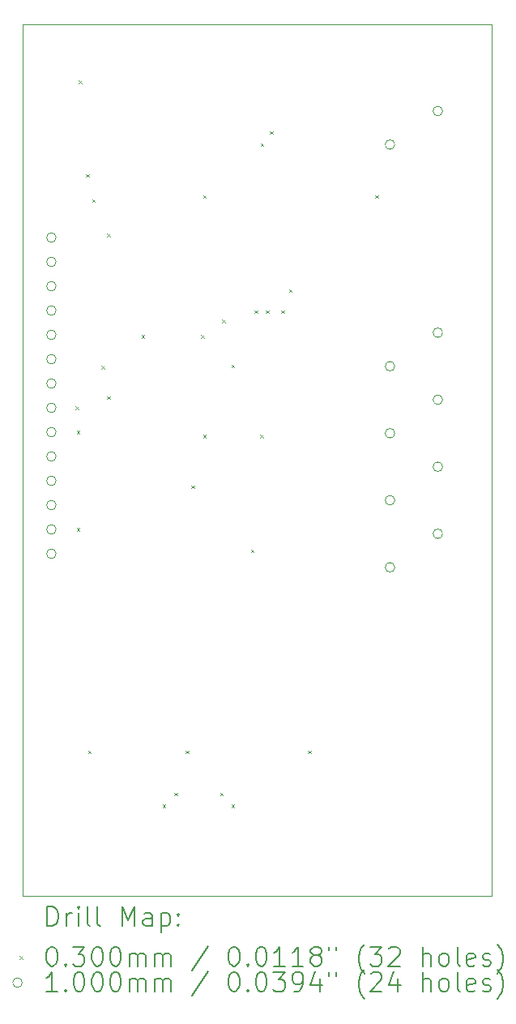
<source format=gbr>
%TF.GenerationSoftware,KiCad,Pcbnew,8.0.3*%
%TF.CreationDate,2024-07-06T23:58:25+02:00*%
%TF.ProjectId,tank_PCB,74616e6b-5f50-4434-922e-6b696361645f,rev?*%
%TF.SameCoordinates,Original*%
%TF.FileFunction,Drillmap*%
%TF.FilePolarity,Positive*%
%FSLAX45Y45*%
G04 Gerber Fmt 4.5, Leading zero omitted, Abs format (unit mm)*
G04 Created by KiCad (PCBNEW 8.0.3) date 2024-07-06 23:58:25*
%MOMM*%
%LPD*%
G01*
G04 APERTURE LIST*
%ADD10C,0.050000*%
%ADD11C,0.200000*%
%ADD12C,0.100000*%
G04 APERTURE END LIST*
D10*
X6000000Y-9000000D02*
X10900000Y-9000000D01*
X10900000Y-18100000D01*
X6000000Y-18100000D01*
X6000000Y-9000000D01*
D11*
D12*
X6555000Y-12990000D02*
X6585000Y-13020000D01*
X6585000Y-12990000D02*
X6555000Y-13020000D01*
X6565000Y-13243000D02*
X6595000Y-13273000D01*
X6595000Y-13243000D02*
X6565000Y-13273000D01*
X6565000Y-14259000D02*
X6595000Y-14289000D01*
X6595000Y-14259000D02*
X6565000Y-14289000D01*
X6585000Y-9585000D02*
X6615000Y-9615000D01*
X6615000Y-9585000D02*
X6585000Y-9615000D01*
X6665000Y-10565000D02*
X6695000Y-10595000D01*
X6695000Y-10565000D02*
X6665000Y-10595000D01*
X6685000Y-16585000D02*
X6715000Y-16615000D01*
X6715000Y-16585000D02*
X6685000Y-16615000D01*
X6725000Y-10825000D02*
X6755000Y-10855000D01*
X6755000Y-10825000D02*
X6725000Y-10855000D01*
X6825000Y-12565000D02*
X6855000Y-12595000D01*
X6855000Y-12565000D02*
X6825000Y-12595000D01*
X6885000Y-11185000D02*
X6915000Y-11215000D01*
X6915000Y-11185000D02*
X6885000Y-11215000D01*
X6885000Y-12885000D02*
X6915000Y-12915000D01*
X6915000Y-12885000D02*
X6885000Y-12915000D01*
X7245000Y-12245000D02*
X7275000Y-12275000D01*
X7275000Y-12245000D02*
X7245000Y-12275000D01*
X7465000Y-17145000D02*
X7495000Y-17175000D01*
X7495000Y-17145000D02*
X7465000Y-17175000D01*
X7585000Y-17025000D02*
X7615000Y-17055000D01*
X7615000Y-17025000D02*
X7585000Y-17055000D01*
X7705000Y-16585000D02*
X7735000Y-16615000D01*
X7735000Y-16585000D02*
X7705000Y-16615000D01*
X7765000Y-13815000D02*
X7795000Y-13845000D01*
X7795000Y-13815000D02*
X7765000Y-13845000D01*
X7865000Y-12245000D02*
X7895000Y-12275000D01*
X7895000Y-12245000D02*
X7865000Y-12275000D01*
X7885000Y-10785000D02*
X7915000Y-10815000D01*
X7915000Y-10785000D02*
X7885000Y-10815000D01*
X7885000Y-13285000D02*
X7915000Y-13315000D01*
X7915000Y-13285000D02*
X7885000Y-13315000D01*
X8065000Y-17025000D02*
X8095000Y-17055000D01*
X8095000Y-17025000D02*
X8065000Y-17055000D01*
X8085000Y-12085000D02*
X8115000Y-12115000D01*
X8115000Y-12085000D02*
X8085000Y-12115000D01*
X8185000Y-12555000D02*
X8215000Y-12585000D01*
X8215000Y-12555000D02*
X8185000Y-12585000D01*
X8185000Y-17145000D02*
X8215000Y-17175000D01*
X8215000Y-17145000D02*
X8185000Y-17175000D01*
X8385000Y-14485000D02*
X8415000Y-14515000D01*
X8415000Y-14485000D02*
X8385000Y-14515000D01*
X8425000Y-11985000D02*
X8455000Y-12015000D01*
X8455000Y-11985000D02*
X8425000Y-12015000D01*
X8485000Y-13285000D02*
X8515000Y-13315000D01*
X8515000Y-13285000D02*
X8485000Y-13315000D01*
X8487500Y-10240000D02*
X8517500Y-10270000D01*
X8517500Y-10240000D02*
X8487500Y-10270000D01*
X8545000Y-11985000D02*
X8575000Y-12015000D01*
X8575000Y-11985000D02*
X8545000Y-12015000D01*
X8585000Y-10115000D02*
X8615000Y-10145000D01*
X8615000Y-10115000D02*
X8585000Y-10145000D01*
X8705000Y-11985000D02*
X8735000Y-12015000D01*
X8735000Y-11985000D02*
X8705000Y-12015000D01*
X8785000Y-11765000D02*
X8815000Y-11795000D01*
X8815000Y-11765000D02*
X8785000Y-11795000D01*
X8985000Y-16585000D02*
X9015000Y-16615000D01*
X9015000Y-16585000D02*
X8985000Y-16615000D01*
X9685000Y-10785000D02*
X9715000Y-10815000D01*
X9715000Y-10785000D02*
X9685000Y-10815000D01*
X6350000Y-11226000D02*
G75*
G02*
X6250000Y-11226000I-50000J0D01*
G01*
X6250000Y-11226000D02*
G75*
G02*
X6350000Y-11226000I50000J0D01*
G01*
X6350000Y-11480000D02*
G75*
G02*
X6250000Y-11480000I-50000J0D01*
G01*
X6250000Y-11480000D02*
G75*
G02*
X6350000Y-11480000I50000J0D01*
G01*
X6350000Y-11734000D02*
G75*
G02*
X6250000Y-11734000I-50000J0D01*
G01*
X6250000Y-11734000D02*
G75*
G02*
X6350000Y-11734000I50000J0D01*
G01*
X6350000Y-11988000D02*
G75*
G02*
X6250000Y-11988000I-50000J0D01*
G01*
X6250000Y-11988000D02*
G75*
G02*
X6350000Y-11988000I50000J0D01*
G01*
X6350000Y-12242000D02*
G75*
G02*
X6250000Y-12242000I-50000J0D01*
G01*
X6250000Y-12242000D02*
G75*
G02*
X6350000Y-12242000I50000J0D01*
G01*
X6350000Y-12496000D02*
G75*
G02*
X6250000Y-12496000I-50000J0D01*
G01*
X6250000Y-12496000D02*
G75*
G02*
X6350000Y-12496000I50000J0D01*
G01*
X6350000Y-12750000D02*
G75*
G02*
X6250000Y-12750000I-50000J0D01*
G01*
X6250000Y-12750000D02*
G75*
G02*
X6350000Y-12750000I50000J0D01*
G01*
X6350000Y-13004000D02*
G75*
G02*
X6250000Y-13004000I-50000J0D01*
G01*
X6250000Y-13004000D02*
G75*
G02*
X6350000Y-13004000I50000J0D01*
G01*
X6350000Y-13258000D02*
G75*
G02*
X6250000Y-13258000I-50000J0D01*
G01*
X6250000Y-13258000D02*
G75*
G02*
X6350000Y-13258000I50000J0D01*
G01*
X6350000Y-13512000D02*
G75*
G02*
X6250000Y-13512000I-50000J0D01*
G01*
X6250000Y-13512000D02*
G75*
G02*
X6350000Y-13512000I50000J0D01*
G01*
X6350000Y-13766000D02*
G75*
G02*
X6250000Y-13766000I-50000J0D01*
G01*
X6250000Y-13766000D02*
G75*
G02*
X6350000Y-13766000I50000J0D01*
G01*
X6350000Y-14020000D02*
G75*
G02*
X6250000Y-14020000I-50000J0D01*
G01*
X6250000Y-14020000D02*
G75*
G02*
X6350000Y-14020000I50000J0D01*
G01*
X6350000Y-14274000D02*
G75*
G02*
X6250000Y-14274000I-50000J0D01*
G01*
X6250000Y-14274000D02*
G75*
G02*
X6350000Y-14274000I50000J0D01*
G01*
X6350000Y-14528000D02*
G75*
G02*
X6250000Y-14528000I-50000J0D01*
G01*
X6250000Y-14528000D02*
G75*
G02*
X6350000Y-14528000I50000J0D01*
G01*
X9890000Y-10255000D02*
G75*
G02*
X9790000Y-10255000I-50000J0D01*
G01*
X9790000Y-10255000D02*
G75*
G02*
X9890000Y-10255000I50000J0D01*
G01*
X9890000Y-12570000D02*
G75*
G02*
X9790000Y-12570000I-50000J0D01*
G01*
X9790000Y-12570000D02*
G75*
G02*
X9890000Y-12570000I50000J0D01*
G01*
X9890000Y-13270000D02*
G75*
G02*
X9790000Y-13270000I-50000J0D01*
G01*
X9790000Y-13270000D02*
G75*
G02*
X9890000Y-13270000I50000J0D01*
G01*
X9890000Y-13970000D02*
G75*
G02*
X9790000Y-13970000I-50000J0D01*
G01*
X9790000Y-13970000D02*
G75*
G02*
X9890000Y-13970000I50000J0D01*
G01*
X9890000Y-14670000D02*
G75*
G02*
X9790000Y-14670000I-50000J0D01*
G01*
X9790000Y-14670000D02*
G75*
G02*
X9890000Y-14670000I50000J0D01*
G01*
X10390000Y-9905000D02*
G75*
G02*
X10290000Y-9905000I-50000J0D01*
G01*
X10290000Y-9905000D02*
G75*
G02*
X10390000Y-9905000I50000J0D01*
G01*
X10390000Y-12220000D02*
G75*
G02*
X10290000Y-12220000I-50000J0D01*
G01*
X10290000Y-12220000D02*
G75*
G02*
X10390000Y-12220000I50000J0D01*
G01*
X10390000Y-12920000D02*
G75*
G02*
X10290000Y-12920000I-50000J0D01*
G01*
X10290000Y-12920000D02*
G75*
G02*
X10390000Y-12920000I50000J0D01*
G01*
X10390000Y-13620000D02*
G75*
G02*
X10290000Y-13620000I-50000J0D01*
G01*
X10290000Y-13620000D02*
G75*
G02*
X10390000Y-13620000I50000J0D01*
G01*
X10390000Y-14320000D02*
G75*
G02*
X10290000Y-14320000I-50000J0D01*
G01*
X10290000Y-14320000D02*
G75*
G02*
X10390000Y-14320000I50000J0D01*
G01*
D11*
X6258277Y-18413984D02*
X6258277Y-18213984D01*
X6258277Y-18213984D02*
X6305896Y-18213984D01*
X6305896Y-18213984D02*
X6334467Y-18223508D01*
X6334467Y-18223508D02*
X6353515Y-18242555D01*
X6353515Y-18242555D02*
X6363039Y-18261603D01*
X6363039Y-18261603D02*
X6372562Y-18299698D01*
X6372562Y-18299698D02*
X6372562Y-18328270D01*
X6372562Y-18328270D02*
X6363039Y-18366365D01*
X6363039Y-18366365D02*
X6353515Y-18385412D01*
X6353515Y-18385412D02*
X6334467Y-18404460D01*
X6334467Y-18404460D02*
X6305896Y-18413984D01*
X6305896Y-18413984D02*
X6258277Y-18413984D01*
X6458277Y-18413984D02*
X6458277Y-18280650D01*
X6458277Y-18318746D02*
X6467801Y-18299698D01*
X6467801Y-18299698D02*
X6477324Y-18290174D01*
X6477324Y-18290174D02*
X6496372Y-18280650D01*
X6496372Y-18280650D02*
X6515420Y-18280650D01*
X6582086Y-18413984D02*
X6582086Y-18280650D01*
X6582086Y-18213984D02*
X6572562Y-18223508D01*
X6572562Y-18223508D02*
X6582086Y-18233031D01*
X6582086Y-18233031D02*
X6591610Y-18223508D01*
X6591610Y-18223508D02*
X6582086Y-18213984D01*
X6582086Y-18213984D02*
X6582086Y-18233031D01*
X6705896Y-18413984D02*
X6686848Y-18404460D01*
X6686848Y-18404460D02*
X6677324Y-18385412D01*
X6677324Y-18385412D02*
X6677324Y-18213984D01*
X6810658Y-18413984D02*
X6791610Y-18404460D01*
X6791610Y-18404460D02*
X6782086Y-18385412D01*
X6782086Y-18385412D02*
X6782086Y-18213984D01*
X7039229Y-18413984D02*
X7039229Y-18213984D01*
X7039229Y-18213984D02*
X7105896Y-18356841D01*
X7105896Y-18356841D02*
X7172562Y-18213984D01*
X7172562Y-18213984D02*
X7172562Y-18413984D01*
X7353515Y-18413984D02*
X7353515Y-18309222D01*
X7353515Y-18309222D02*
X7343991Y-18290174D01*
X7343991Y-18290174D02*
X7324943Y-18280650D01*
X7324943Y-18280650D02*
X7286848Y-18280650D01*
X7286848Y-18280650D02*
X7267801Y-18290174D01*
X7353515Y-18404460D02*
X7334467Y-18413984D01*
X7334467Y-18413984D02*
X7286848Y-18413984D01*
X7286848Y-18413984D02*
X7267801Y-18404460D01*
X7267801Y-18404460D02*
X7258277Y-18385412D01*
X7258277Y-18385412D02*
X7258277Y-18366365D01*
X7258277Y-18366365D02*
X7267801Y-18347317D01*
X7267801Y-18347317D02*
X7286848Y-18337793D01*
X7286848Y-18337793D02*
X7334467Y-18337793D01*
X7334467Y-18337793D02*
X7353515Y-18328270D01*
X7448753Y-18280650D02*
X7448753Y-18480650D01*
X7448753Y-18290174D02*
X7467801Y-18280650D01*
X7467801Y-18280650D02*
X7505896Y-18280650D01*
X7505896Y-18280650D02*
X7524943Y-18290174D01*
X7524943Y-18290174D02*
X7534467Y-18299698D01*
X7534467Y-18299698D02*
X7543991Y-18318746D01*
X7543991Y-18318746D02*
X7543991Y-18375889D01*
X7543991Y-18375889D02*
X7534467Y-18394936D01*
X7534467Y-18394936D02*
X7524943Y-18404460D01*
X7524943Y-18404460D02*
X7505896Y-18413984D01*
X7505896Y-18413984D02*
X7467801Y-18413984D01*
X7467801Y-18413984D02*
X7448753Y-18404460D01*
X7629705Y-18394936D02*
X7639229Y-18404460D01*
X7639229Y-18404460D02*
X7629705Y-18413984D01*
X7629705Y-18413984D02*
X7620182Y-18404460D01*
X7620182Y-18404460D02*
X7629705Y-18394936D01*
X7629705Y-18394936D02*
X7629705Y-18413984D01*
X7629705Y-18290174D02*
X7639229Y-18299698D01*
X7639229Y-18299698D02*
X7629705Y-18309222D01*
X7629705Y-18309222D02*
X7620182Y-18299698D01*
X7620182Y-18299698D02*
X7629705Y-18290174D01*
X7629705Y-18290174D02*
X7629705Y-18309222D01*
D12*
X5967500Y-18727500D02*
X5997500Y-18757500D01*
X5997500Y-18727500D02*
X5967500Y-18757500D01*
D11*
X6296372Y-18633984D02*
X6315420Y-18633984D01*
X6315420Y-18633984D02*
X6334467Y-18643508D01*
X6334467Y-18643508D02*
X6343991Y-18653031D01*
X6343991Y-18653031D02*
X6353515Y-18672079D01*
X6353515Y-18672079D02*
X6363039Y-18710174D01*
X6363039Y-18710174D02*
X6363039Y-18757793D01*
X6363039Y-18757793D02*
X6353515Y-18795889D01*
X6353515Y-18795889D02*
X6343991Y-18814936D01*
X6343991Y-18814936D02*
X6334467Y-18824460D01*
X6334467Y-18824460D02*
X6315420Y-18833984D01*
X6315420Y-18833984D02*
X6296372Y-18833984D01*
X6296372Y-18833984D02*
X6277324Y-18824460D01*
X6277324Y-18824460D02*
X6267801Y-18814936D01*
X6267801Y-18814936D02*
X6258277Y-18795889D01*
X6258277Y-18795889D02*
X6248753Y-18757793D01*
X6248753Y-18757793D02*
X6248753Y-18710174D01*
X6248753Y-18710174D02*
X6258277Y-18672079D01*
X6258277Y-18672079D02*
X6267801Y-18653031D01*
X6267801Y-18653031D02*
X6277324Y-18643508D01*
X6277324Y-18643508D02*
X6296372Y-18633984D01*
X6448753Y-18814936D02*
X6458277Y-18824460D01*
X6458277Y-18824460D02*
X6448753Y-18833984D01*
X6448753Y-18833984D02*
X6439229Y-18824460D01*
X6439229Y-18824460D02*
X6448753Y-18814936D01*
X6448753Y-18814936D02*
X6448753Y-18833984D01*
X6524943Y-18633984D02*
X6648753Y-18633984D01*
X6648753Y-18633984D02*
X6582086Y-18710174D01*
X6582086Y-18710174D02*
X6610658Y-18710174D01*
X6610658Y-18710174D02*
X6629705Y-18719698D01*
X6629705Y-18719698D02*
X6639229Y-18729222D01*
X6639229Y-18729222D02*
X6648753Y-18748270D01*
X6648753Y-18748270D02*
X6648753Y-18795889D01*
X6648753Y-18795889D02*
X6639229Y-18814936D01*
X6639229Y-18814936D02*
X6629705Y-18824460D01*
X6629705Y-18824460D02*
X6610658Y-18833984D01*
X6610658Y-18833984D02*
X6553515Y-18833984D01*
X6553515Y-18833984D02*
X6534467Y-18824460D01*
X6534467Y-18824460D02*
X6524943Y-18814936D01*
X6772562Y-18633984D02*
X6791610Y-18633984D01*
X6791610Y-18633984D02*
X6810658Y-18643508D01*
X6810658Y-18643508D02*
X6820182Y-18653031D01*
X6820182Y-18653031D02*
X6829705Y-18672079D01*
X6829705Y-18672079D02*
X6839229Y-18710174D01*
X6839229Y-18710174D02*
X6839229Y-18757793D01*
X6839229Y-18757793D02*
X6829705Y-18795889D01*
X6829705Y-18795889D02*
X6820182Y-18814936D01*
X6820182Y-18814936D02*
X6810658Y-18824460D01*
X6810658Y-18824460D02*
X6791610Y-18833984D01*
X6791610Y-18833984D02*
X6772562Y-18833984D01*
X6772562Y-18833984D02*
X6753515Y-18824460D01*
X6753515Y-18824460D02*
X6743991Y-18814936D01*
X6743991Y-18814936D02*
X6734467Y-18795889D01*
X6734467Y-18795889D02*
X6724943Y-18757793D01*
X6724943Y-18757793D02*
X6724943Y-18710174D01*
X6724943Y-18710174D02*
X6734467Y-18672079D01*
X6734467Y-18672079D02*
X6743991Y-18653031D01*
X6743991Y-18653031D02*
X6753515Y-18643508D01*
X6753515Y-18643508D02*
X6772562Y-18633984D01*
X6963039Y-18633984D02*
X6982086Y-18633984D01*
X6982086Y-18633984D02*
X7001134Y-18643508D01*
X7001134Y-18643508D02*
X7010658Y-18653031D01*
X7010658Y-18653031D02*
X7020182Y-18672079D01*
X7020182Y-18672079D02*
X7029705Y-18710174D01*
X7029705Y-18710174D02*
X7029705Y-18757793D01*
X7029705Y-18757793D02*
X7020182Y-18795889D01*
X7020182Y-18795889D02*
X7010658Y-18814936D01*
X7010658Y-18814936D02*
X7001134Y-18824460D01*
X7001134Y-18824460D02*
X6982086Y-18833984D01*
X6982086Y-18833984D02*
X6963039Y-18833984D01*
X6963039Y-18833984D02*
X6943991Y-18824460D01*
X6943991Y-18824460D02*
X6934467Y-18814936D01*
X6934467Y-18814936D02*
X6924943Y-18795889D01*
X6924943Y-18795889D02*
X6915420Y-18757793D01*
X6915420Y-18757793D02*
X6915420Y-18710174D01*
X6915420Y-18710174D02*
X6924943Y-18672079D01*
X6924943Y-18672079D02*
X6934467Y-18653031D01*
X6934467Y-18653031D02*
X6943991Y-18643508D01*
X6943991Y-18643508D02*
X6963039Y-18633984D01*
X7115420Y-18833984D02*
X7115420Y-18700650D01*
X7115420Y-18719698D02*
X7124943Y-18710174D01*
X7124943Y-18710174D02*
X7143991Y-18700650D01*
X7143991Y-18700650D02*
X7172563Y-18700650D01*
X7172563Y-18700650D02*
X7191610Y-18710174D01*
X7191610Y-18710174D02*
X7201134Y-18729222D01*
X7201134Y-18729222D02*
X7201134Y-18833984D01*
X7201134Y-18729222D02*
X7210658Y-18710174D01*
X7210658Y-18710174D02*
X7229705Y-18700650D01*
X7229705Y-18700650D02*
X7258277Y-18700650D01*
X7258277Y-18700650D02*
X7277324Y-18710174D01*
X7277324Y-18710174D02*
X7286848Y-18729222D01*
X7286848Y-18729222D02*
X7286848Y-18833984D01*
X7382086Y-18833984D02*
X7382086Y-18700650D01*
X7382086Y-18719698D02*
X7391610Y-18710174D01*
X7391610Y-18710174D02*
X7410658Y-18700650D01*
X7410658Y-18700650D02*
X7439229Y-18700650D01*
X7439229Y-18700650D02*
X7458277Y-18710174D01*
X7458277Y-18710174D02*
X7467801Y-18729222D01*
X7467801Y-18729222D02*
X7467801Y-18833984D01*
X7467801Y-18729222D02*
X7477324Y-18710174D01*
X7477324Y-18710174D02*
X7496372Y-18700650D01*
X7496372Y-18700650D02*
X7524943Y-18700650D01*
X7524943Y-18700650D02*
X7543991Y-18710174D01*
X7543991Y-18710174D02*
X7553515Y-18729222D01*
X7553515Y-18729222D02*
X7553515Y-18833984D01*
X7943991Y-18624460D02*
X7772563Y-18881603D01*
X8201134Y-18633984D02*
X8220182Y-18633984D01*
X8220182Y-18633984D02*
X8239229Y-18643508D01*
X8239229Y-18643508D02*
X8248753Y-18653031D01*
X8248753Y-18653031D02*
X8258277Y-18672079D01*
X8258277Y-18672079D02*
X8267801Y-18710174D01*
X8267801Y-18710174D02*
X8267801Y-18757793D01*
X8267801Y-18757793D02*
X8258277Y-18795889D01*
X8258277Y-18795889D02*
X8248753Y-18814936D01*
X8248753Y-18814936D02*
X8239229Y-18824460D01*
X8239229Y-18824460D02*
X8220182Y-18833984D01*
X8220182Y-18833984D02*
X8201134Y-18833984D01*
X8201134Y-18833984D02*
X8182086Y-18824460D01*
X8182086Y-18824460D02*
X8172563Y-18814936D01*
X8172563Y-18814936D02*
X8163039Y-18795889D01*
X8163039Y-18795889D02*
X8153515Y-18757793D01*
X8153515Y-18757793D02*
X8153515Y-18710174D01*
X8153515Y-18710174D02*
X8163039Y-18672079D01*
X8163039Y-18672079D02*
X8172563Y-18653031D01*
X8172563Y-18653031D02*
X8182086Y-18643508D01*
X8182086Y-18643508D02*
X8201134Y-18633984D01*
X8353515Y-18814936D02*
X8363039Y-18824460D01*
X8363039Y-18824460D02*
X8353515Y-18833984D01*
X8353515Y-18833984D02*
X8343991Y-18824460D01*
X8343991Y-18824460D02*
X8353515Y-18814936D01*
X8353515Y-18814936D02*
X8353515Y-18833984D01*
X8486848Y-18633984D02*
X8505896Y-18633984D01*
X8505896Y-18633984D02*
X8524944Y-18643508D01*
X8524944Y-18643508D02*
X8534468Y-18653031D01*
X8534468Y-18653031D02*
X8543991Y-18672079D01*
X8543991Y-18672079D02*
X8553515Y-18710174D01*
X8553515Y-18710174D02*
X8553515Y-18757793D01*
X8553515Y-18757793D02*
X8543991Y-18795889D01*
X8543991Y-18795889D02*
X8534468Y-18814936D01*
X8534468Y-18814936D02*
X8524944Y-18824460D01*
X8524944Y-18824460D02*
X8505896Y-18833984D01*
X8505896Y-18833984D02*
X8486848Y-18833984D01*
X8486848Y-18833984D02*
X8467801Y-18824460D01*
X8467801Y-18824460D02*
X8458277Y-18814936D01*
X8458277Y-18814936D02*
X8448753Y-18795889D01*
X8448753Y-18795889D02*
X8439229Y-18757793D01*
X8439229Y-18757793D02*
X8439229Y-18710174D01*
X8439229Y-18710174D02*
X8448753Y-18672079D01*
X8448753Y-18672079D02*
X8458277Y-18653031D01*
X8458277Y-18653031D02*
X8467801Y-18643508D01*
X8467801Y-18643508D02*
X8486848Y-18633984D01*
X8743991Y-18833984D02*
X8629706Y-18833984D01*
X8686848Y-18833984D02*
X8686848Y-18633984D01*
X8686848Y-18633984D02*
X8667801Y-18662555D01*
X8667801Y-18662555D02*
X8648753Y-18681603D01*
X8648753Y-18681603D02*
X8629706Y-18691127D01*
X8934468Y-18833984D02*
X8820182Y-18833984D01*
X8877325Y-18833984D02*
X8877325Y-18633984D01*
X8877325Y-18633984D02*
X8858277Y-18662555D01*
X8858277Y-18662555D02*
X8839229Y-18681603D01*
X8839229Y-18681603D02*
X8820182Y-18691127D01*
X9048753Y-18719698D02*
X9029706Y-18710174D01*
X9029706Y-18710174D02*
X9020182Y-18700650D01*
X9020182Y-18700650D02*
X9010658Y-18681603D01*
X9010658Y-18681603D02*
X9010658Y-18672079D01*
X9010658Y-18672079D02*
X9020182Y-18653031D01*
X9020182Y-18653031D02*
X9029706Y-18643508D01*
X9029706Y-18643508D02*
X9048753Y-18633984D01*
X9048753Y-18633984D02*
X9086849Y-18633984D01*
X9086849Y-18633984D02*
X9105896Y-18643508D01*
X9105896Y-18643508D02*
X9115420Y-18653031D01*
X9115420Y-18653031D02*
X9124944Y-18672079D01*
X9124944Y-18672079D02*
X9124944Y-18681603D01*
X9124944Y-18681603D02*
X9115420Y-18700650D01*
X9115420Y-18700650D02*
X9105896Y-18710174D01*
X9105896Y-18710174D02*
X9086849Y-18719698D01*
X9086849Y-18719698D02*
X9048753Y-18719698D01*
X9048753Y-18719698D02*
X9029706Y-18729222D01*
X9029706Y-18729222D02*
X9020182Y-18738746D01*
X9020182Y-18738746D02*
X9010658Y-18757793D01*
X9010658Y-18757793D02*
X9010658Y-18795889D01*
X9010658Y-18795889D02*
X9020182Y-18814936D01*
X9020182Y-18814936D02*
X9029706Y-18824460D01*
X9029706Y-18824460D02*
X9048753Y-18833984D01*
X9048753Y-18833984D02*
X9086849Y-18833984D01*
X9086849Y-18833984D02*
X9105896Y-18824460D01*
X9105896Y-18824460D02*
X9115420Y-18814936D01*
X9115420Y-18814936D02*
X9124944Y-18795889D01*
X9124944Y-18795889D02*
X9124944Y-18757793D01*
X9124944Y-18757793D02*
X9115420Y-18738746D01*
X9115420Y-18738746D02*
X9105896Y-18729222D01*
X9105896Y-18729222D02*
X9086849Y-18719698D01*
X9201134Y-18633984D02*
X9201134Y-18672079D01*
X9277325Y-18633984D02*
X9277325Y-18672079D01*
X9572563Y-18910174D02*
X9563039Y-18900650D01*
X9563039Y-18900650D02*
X9543991Y-18872079D01*
X9543991Y-18872079D02*
X9534468Y-18853031D01*
X9534468Y-18853031D02*
X9524944Y-18824460D01*
X9524944Y-18824460D02*
X9515420Y-18776841D01*
X9515420Y-18776841D02*
X9515420Y-18738746D01*
X9515420Y-18738746D02*
X9524944Y-18691127D01*
X9524944Y-18691127D02*
X9534468Y-18662555D01*
X9534468Y-18662555D02*
X9543991Y-18643508D01*
X9543991Y-18643508D02*
X9563039Y-18614936D01*
X9563039Y-18614936D02*
X9572563Y-18605412D01*
X9629706Y-18633984D02*
X9753515Y-18633984D01*
X9753515Y-18633984D02*
X9686849Y-18710174D01*
X9686849Y-18710174D02*
X9715420Y-18710174D01*
X9715420Y-18710174D02*
X9734468Y-18719698D01*
X9734468Y-18719698D02*
X9743991Y-18729222D01*
X9743991Y-18729222D02*
X9753515Y-18748270D01*
X9753515Y-18748270D02*
X9753515Y-18795889D01*
X9753515Y-18795889D02*
X9743991Y-18814936D01*
X9743991Y-18814936D02*
X9734468Y-18824460D01*
X9734468Y-18824460D02*
X9715420Y-18833984D01*
X9715420Y-18833984D02*
X9658277Y-18833984D01*
X9658277Y-18833984D02*
X9639230Y-18824460D01*
X9639230Y-18824460D02*
X9629706Y-18814936D01*
X9829706Y-18653031D02*
X9839230Y-18643508D01*
X9839230Y-18643508D02*
X9858277Y-18633984D01*
X9858277Y-18633984D02*
X9905896Y-18633984D01*
X9905896Y-18633984D02*
X9924944Y-18643508D01*
X9924944Y-18643508D02*
X9934468Y-18653031D01*
X9934468Y-18653031D02*
X9943991Y-18672079D01*
X9943991Y-18672079D02*
X9943991Y-18691127D01*
X9943991Y-18691127D02*
X9934468Y-18719698D01*
X9934468Y-18719698D02*
X9820182Y-18833984D01*
X9820182Y-18833984D02*
X9943991Y-18833984D01*
X10182087Y-18833984D02*
X10182087Y-18633984D01*
X10267801Y-18833984D02*
X10267801Y-18729222D01*
X10267801Y-18729222D02*
X10258277Y-18710174D01*
X10258277Y-18710174D02*
X10239230Y-18700650D01*
X10239230Y-18700650D02*
X10210658Y-18700650D01*
X10210658Y-18700650D02*
X10191611Y-18710174D01*
X10191611Y-18710174D02*
X10182087Y-18719698D01*
X10391611Y-18833984D02*
X10372563Y-18824460D01*
X10372563Y-18824460D02*
X10363039Y-18814936D01*
X10363039Y-18814936D02*
X10353515Y-18795889D01*
X10353515Y-18795889D02*
X10353515Y-18738746D01*
X10353515Y-18738746D02*
X10363039Y-18719698D01*
X10363039Y-18719698D02*
X10372563Y-18710174D01*
X10372563Y-18710174D02*
X10391611Y-18700650D01*
X10391611Y-18700650D02*
X10420182Y-18700650D01*
X10420182Y-18700650D02*
X10439230Y-18710174D01*
X10439230Y-18710174D02*
X10448753Y-18719698D01*
X10448753Y-18719698D02*
X10458277Y-18738746D01*
X10458277Y-18738746D02*
X10458277Y-18795889D01*
X10458277Y-18795889D02*
X10448753Y-18814936D01*
X10448753Y-18814936D02*
X10439230Y-18824460D01*
X10439230Y-18824460D02*
X10420182Y-18833984D01*
X10420182Y-18833984D02*
X10391611Y-18833984D01*
X10572563Y-18833984D02*
X10553515Y-18824460D01*
X10553515Y-18824460D02*
X10543992Y-18805412D01*
X10543992Y-18805412D02*
X10543992Y-18633984D01*
X10724944Y-18824460D02*
X10705896Y-18833984D01*
X10705896Y-18833984D02*
X10667801Y-18833984D01*
X10667801Y-18833984D02*
X10648753Y-18824460D01*
X10648753Y-18824460D02*
X10639230Y-18805412D01*
X10639230Y-18805412D02*
X10639230Y-18729222D01*
X10639230Y-18729222D02*
X10648753Y-18710174D01*
X10648753Y-18710174D02*
X10667801Y-18700650D01*
X10667801Y-18700650D02*
X10705896Y-18700650D01*
X10705896Y-18700650D02*
X10724944Y-18710174D01*
X10724944Y-18710174D02*
X10734468Y-18729222D01*
X10734468Y-18729222D02*
X10734468Y-18748270D01*
X10734468Y-18748270D02*
X10639230Y-18767317D01*
X10810658Y-18824460D02*
X10829706Y-18833984D01*
X10829706Y-18833984D02*
X10867801Y-18833984D01*
X10867801Y-18833984D02*
X10886849Y-18824460D01*
X10886849Y-18824460D02*
X10896373Y-18805412D01*
X10896373Y-18805412D02*
X10896373Y-18795889D01*
X10896373Y-18795889D02*
X10886849Y-18776841D01*
X10886849Y-18776841D02*
X10867801Y-18767317D01*
X10867801Y-18767317D02*
X10839230Y-18767317D01*
X10839230Y-18767317D02*
X10820182Y-18757793D01*
X10820182Y-18757793D02*
X10810658Y-18738746D01*
X10810658Y-18738746D02*
X10810658Y-18729222D01*
X10810658Y-18729222D02*
X10820182Y-18710174D01*
X10820182Y-18710174D02*
X10839230Y-18700650D01*
X10839230Y-18700650D02*
X10867801Y-18700650D01*
X10867801Y-18700650D02*
X10886849Y-18710174D01*
X10963039Y-18910174D02*
X10972563Y-18900650D01*
X10972563Y-18900650D02*
X10991611Y-18872079D01*
X10991611Y-18872079D02*
X11001134Y-18853031D01*
X11001134Y-18853031D02*
X11010658Y-18824460D01*
X11010658Y-18824460D02*
X11020182Y-18776841D01*
X11020182Y-18776841D02*
X11020182Y-18738746D01*
X11020182Y-18738746D02*
X11010658Y-18691127D01*
X11010658Y-18691127D02*
X11001134Y-18662555D01*
X11001134Y-18662555D02*
X10991611Y-18643508D01*
X10991611Y-18643508D02*
X10972563Y-18614936D01*
X10972563Y-18614936D02*
X10963039Y-18605412D01*
D12*
X5997500Y-19006500D02*
G75*
G02*
X5897500Y-19006500I-50000J0D01*
G01*
X5897500Y-19006500D02*
G75*
G02*
X5997500Y-19006500I50000J0D01*
G01*
D11*
X6363039Y-19097984D02*
X6248753Y-19097984D01*
X6305896Y-19097984D02*
X6305896Y-18897984D01*
X6305896Y-18897984D02*
X6286848Y-18926555D01*
X6286848Y-18926555D02*
X6267801Y-18945603D01*
X6267801Y-18945603D02*
X6248753Y-18955127D01*
X6448753Y-19078936D02*
X6458277Y-19088460D01*
X6458277Y-19088460D02*
X6448753Y-19097984D01*
X6448753Y-19097984D02*
X6439229Y-19088460D01*
X6439229Y-19088460D02*
X6448753Y-19078936D01*
X6448753Y-19078936D02*
X6448753Y-19097984D01*
X6582086Y-18897984D02*
X6601134Y-18897984D01*
X6601134Y-18897984D02*
X6620182Y-18907508D01*
X6620182Y-18907508D02*
X6629705Y-18917031D01*
X6629705Y-18917031D02*
X6639229Y-18936079D01*
X6639229Y-18936079D02*
X6648753Y-18974174D01*
X6648753Y-18974174D02*
X6648753Y-19021793D01*
X6648753Y-19021793D02*
X6639229Y-19059889D01*
X6639229Y-19059889D02*
X6629705Y-19078936D01*
X6629705Y-19078936D02*
X6620182Y-19088460D01*
X6620182Y-19088460D02*
X6601134Y-19097984D01*
X6601134Y-19097984D02*
X6582086Y-19097984D01*
X6582086Y-19097984D02*
X6563039Y-19088460D01*
X6563039Y-19088460D02*
X6553515Y-19078936D01*
X6553515Y-19078936D02*
X6543991Y-19059889D01*
X6543991Y-19059889D02*
X6534467Y-19021793D01*
X6534467Y-19021793D02*
X6534467Y-18974174D01*
X6534467Y-18974174D02*
X6543991Y-18936079D01*
X6543991Y-18936079D02*
X6553515Y-18917031D01*
X6553515Y-18917031D02*
X6563039Y-18907508D01*
X6563039Y-18907508D02*
X6582086Y-18897984D01*
X6772562Y-18897984D02*
X6791610Y-18897984D01*
X6791610Y-18897984D02*
X6810658Y-18907508D01*
X6810658Y-18907508D02*
X6820182Y-18917031D01*
X6820182Y-18917031D02*
X6829705Y-18936079D01*
X6829705Y-18936079D02*
X6839229Y-18974174D01*
X6839229Y-18974174D02*
X6839229Y-19021793D01*
X6839229Y-19021793D02*
X6829705Y-19059889D01*
X6829705Y-19059889D02*
X6820182Y-19078936D01*
X6820182Y-19078936D02*
X6810658Y-19088460D01*
X6810658Y-19088460D02*
X6791610Y-19097984D01*
X6791610Y-19097984D02*
X6772562Y-19097984D01*
X6772562Y-19097984D02*
X6753515Y-19088460D01*
X6753515Y-19088460D02*
X6743991Y-19078936D01*
X6743991Y-19078936D02*
X6734467Y-19059889D01*
X6734467Y-19059889D02*
X6724943Y-19021793D01*
X6724943Y-19021793D02*
X6724943Y-18974174D01*
X6724943Y-18974174D02*
X6734467Y-18936079D01*
X6734467Y-18936079D02*
X6743991Y-18917031D01*
X6743991Y-18917031D02*
X6753515Y-18907508D01*
X6753515Y-18907508D02*
X6772562Y-18897984D01*
X6963039Y-18897984D02*
X6982086Y-18897984D01*
X6982086Y-18897984D02*
X7001134Y-18907508D01*
X7001134Y-18907508D02*
X7010658Y-18917031D01*
X7010658Y-18917031D02*
X7020182Y-18936079D01*
X7020182Y-18936079D02*
X7029705Y-18974174D01*
X7029705Y-18974174D02*
X7029705Y-19021793D01*
X7029705Y-19021793D02*
X7020182Y-19059889D01*
X7020182Y-19059889D02*
X7010658Y-19078936D01*
X7010658Y-19078936D02*
X7001134Y-19088460D01*
X7001134Y-19088460D02*
X6982086Y-19097984D01*
X6982086Y-19097984D02*
X6963039Y-19097984D01*
X6963039Y-19097984D02*
X6943991Y-19088460D01*
X6943991Y-19088460D02*
X6934467Y-19078936D01*
X6934467Y-19078936D02*
X6924943Y-19059889D01*
X6924943Y-19059889D02*
X6915420Y-19021793D01*
X6915420Y-19021793D02*
X6915420Y-18974174D01*
X6915420Y-18974174D02*
X6924943Y-18936079D01*
X6924943Y-18936079D02*
X6934467Y-18917031D01*
X6934467Y-18917031D02*
X6943991Y-18907508D01*
X6943991Y-18907508D02*
X6963039Y-18897984D01*
X7115420Y-19097984D02*
X7115420Y-18964650D01*
X7115420Y-18983698D02*
X7124943Y-18974174D01*
X7124943Y-18974174D02*
X7143991Y-18964650D01*
X7143991Y-18964650D02*
X7172563Y-18964650D01*
X7172563Y-18964650D02*
X7191610Y-18974174D01*
X7191610Y-18974174D02*
X7201134Y-18993222D01*
X7201134Y-18993222D02*
X7201134Y-19097984D01*
X7201134Y-18993222D02*
X7210658Y-18974174D01*
X7210658Y-18974174D02*
X7229705Y-18964650D01*
X7229705Y-18964650D02*
X7258277Y-18964650D01*
X7258277Y-18964650D02*
X7277324Y-18974174D01*
X7277324Y-18974174D02*
X7286848Y-18993222D01*
X7286848Y-18993222D02*
X7286848Y-19097984D01*
X7382086Y-19097984D02*
X7382086Y-18964650D01*
X7382086Y-18983698D02*
X7391610Y-18974174D01*
X7391610Y-18974174D02*
X7410658Y-18964650D01*
X7410658Y-18964650D02*
X7439229Y-18964650D01*
X7439229Y-18964650D02*
X7458277Y-18974174D01*
X7458277Y-18974174D02*
X7467801Y-18993222D01*
X7467801Y-18993222D02*
X7467801Y-19097984D01*
X7467801Y-18993222D02*
X7477324Y-18974174D01*
X7477324Y-18974174D02*
X7496372Y-18964650D01*
X7496372Y-18964650D02*
X7524943Y-18964650D01*
X7524943Y-18964650D02*
X7543991Y-18974174D01*
X7543991Y-18974174D02*
X7553515Y-18993222D01*
X7553515Y-18993222D02*
X7553515Y-19097984D01*
X7943991Y-18888460D02*
X7772563Y-19145603D01*
X8201134Y-18897984D02*
X8220182Y-18897984D01*
X8220182Y-18897984D02*
X8239229Y-18907508D01*
X8239229Y-18907508D02*
X8248753Y-18917031D01*
X8248753Y-18917031D02*
X8258277Y-18936079D01*
X8258277Y-18936079D02*
X8267801Y-18974174D01*
X8267801Y-18974174D02*
X8267801Y-19021793D01*
X8267801Y-19021793D02*
X8258277Y-19059889D01*
X8258277Y-19059889D02*
X8248753Y-19078936D01*
X8248753Y-19078936D02*
X8239229Y-19088460D01*
X8239229Y-19088460D02*
X8220182Y-19097984D01*
X8220182Y-19097984D02*
X8201134Y-19097984D01*
X8201134Y-19097984D02*
X8182086Y-19088460D01*
X8182086Y-19088460D02*
X8172563Y-19078936D01*
X8172563Y-19078936D02*
X8163039Y-19059889D01*
X8163039Y-19059889D02*
X8153515Y-19021793D01*
X8153515Y-19021793D02*
X8153515Y-18974174D01*
X8153515Y-18974174D02*
X8163039Y-18936079D01*
X8163039Y-18936079D02*
X8172563Y-18917031D01*
X8172563Y-18917031D02*
X8182086Y-18907508D01*
X8182086Y-18907508D02*
X8201134Y-18897984D01*
X8353515Y-19078936D02*
X8363039Y-19088460D01*
X8363039Y-19088460D02*
X8353515Y-19097984D01*
X8353515Y-19097984D02*
X8343991Y-19088460D01*
X8343991Y-19088460D02*
X8353515Y-19078936D01*
X8353515Y-19078936D02*
X8353515Y-19097984D01*
X8486848Y-18897984D02*
X8505896Y-18897984D01*
X8505896Y-18897984D02*
X8524944Y-18907508D01*
X8524944Y-18907508D02*
X8534468Y-18917031D01*
X8534468Y-18917031D02*
X8543991Y-18936079D01*
X8543991Y-18936079D02*
X8553515Y-18974174D01*
X8553515Y-18974174D02*
X8553515Y-19021793D01*
X8553515Y-19021793D02*
X8543991Y-19059889D01*
X8543991Y-19059889D02*
X8534468Y-19078936D01*
X8534468Y-19078936D02*
X8524944Y-19088460D01*
X8524944Y-19088460D02*
X8505896Y-19097984D01*
X8505896Y-19097984D02*
X8486848Y-19097984D01*
X8486848Y-19097984D02*
X8467801Y-19088460D01*
X8467801Y-19088460D02*
X8458277Y-19078936D01*
X8458277Y-19078936D02*
X8448753Y-19059889D01*
X8448753Y-19059889D02*
X8439229Y-19021793D01*
X8439229Y-19021793D02*
X8439229Y-18974174D01*
X8439229Y-18974174D02*
X8448753Y-18936079D01*
X8448753Y-18936079D02*
X8458277Y-18917031D01*
X8458277Y-18917031D02*
X8467801Y-18907508D01*
X8467801Y-18907508D02*
X8486848Y-18897984D01*
X8620182Y-18897984D02*
X8743991Y-18897984D01*
X8743991Y-18897984D02*
X8677325Y-18974174D01*
X8677325Y-18974174D02*
X8705896Y-18974174D01*
X8705896Y-18974174D02*
X8724944Y-18983698D01*
X8724944Y-18983698D02*
X8734468Y-18993222D01*
X8734468Y-18993222D02*
X8743991Y-19012270D01*
X8743991Y-19012270D02*
X8743991Y-19059889D01*
X8743991Y-19059889D02*
X8734468Y-19078936D01*
X8734468Y-19078936D02*
X8724944Y-19088460D01*
X8724944Y-19088460D02*
X8705896Y-19097984D01*
X8705896Y-19097984D02*
X8648753Y-19097984D01*
X8648753Y-19097984D02*
X8629706Y-19088460D01*
X8629706Y-19088460D02*
X8620182Y-19078936D01*
X8839229Y-19097984D02*
X8877325Y-19097984D01*
X8877325Y-19097984D02*
X8896372Y-19088460D01*
X8896372Y-19088460D02*
X8905896Y-19078936D01*
X8905896Y-19078936D02*
X8924944Y-19050365D01*
X8924944Y-19050365D02*
X8934468Y-19012270D01*
X8934468Y-19012270D02*
X8934468Y-18936079D01*
X8934468Y-18936079D02*
X8924944Y-18917031D01*
X8924944Y-18917031D02*
X8915420Y-18907508D01*
X8915420Y-18907508D02*
X8896372Y-18897984D01*
X8896372Y-18897984D02*
X8858277Y-18897984D01*
X8858277Y-18897984D02*
X8839229Y-18907508D01*
X8839229Y-18907508D02*
X8829706Y-18917031D01*
X8829706Y-18917031D02*
X8820182Y-18936079D01*
X8820182Y-18936079D02*
X8820182Y-18983698D01*
X8820182Y-18983698D02*
X8829706Y-19002746D01*
X8829706Y-19002746D02*
X8839229Y-19012270D01*
X8839229Y-19012270D02*
X8858277Y-19021793D01*
X8858277Y-19021793D02*
X8896372Y-19021793D01*
X8896372Y-19021793D02*
X8915420Y-19012270D01*
X8915420Y-19012270D02*
X8924944Y-19002746D01*
X8924944Y-19002746D02*
X8934468Y-18983698D01*
X9105896Y-18964650D02*
X9105896Y-19097984D01*
X9058277Y-18888460D02*
X9010658Y-19031317D01*
X9010658Y-19031317D02*
X9134468Y-19031317D01*
X9201134Y-18897984D02*
X9201134Y-18936079D01*
X9277325Y-18897984D02*
X9277325Y-18936079D01*
X9572563Y-19174174D02*
X9563039Y-19164650D01*
X9563039Y-19164650D02*
X9543991Y-19136079D01*
X9543991Y-19136079D02*
X9534468Y-19117031D01*
X9534468Y-19117031D02*
X9524944Y-19088460D01*
X9524944Y-19088460D02*
X9515420Y-19040841D01*
X9515420Y-19040841D02*
X9515420Y-19002746D01*
X9515420Y-19002746D02*
X9524944Y-18955127D01*
X9524944Y-18955127D02*
X9534468Y-18926555D01*
X9534468Y-18926555D02*
X9543991Y-18907508D01*
X9543991Y-18907508D02*
X9563039Y-18878936D01*
X9563039Y-18878936D02*
X9572563Y-18869412D01*
X9639230Y-18917031D02*
X9648753Y-18907508D01*
X9648753Y-18907508D02*
X9667801Y-18897984D01*
X9667801Y-18897984D02*
X9715420Y-18897984D01*
X9715420Y-18897984D02*
X9734468Y-18907508D01*
X9734468Y-18907508D02*
X9743991Y-18917031D01*
X9743991Y-18917031D02*
X9753515Y-18936079D01*
X9753515Y-18936079D02*
X9753515Y-18955127D01*
X9753515Y-18955127D02*
X9743991Y-18983698D01*
X9743991Y-18983698D02*
X9629706Y-19097984D01*
X9629706Y-19097984D02*
X9753515Y-19097984D01*
X9924944Y-18964650D02*
X9924944Y-19097984D01*
X9877325Y-18888460D02*
X9829706Y-19031317D01*
X9829706Y-19031317D02*
X9953515Y-19031317D01*
X10182087Y-19097984D02*
X10182087Y-18897984D01*
X10267801Y-19097984D02*
X10267801Y-18993222D01*
X10267801Y-18993222D02*
X10258277Y-18974174D01*
X10258277Y-18974174D02*
X10239230Y-18964650D01*
X10239230Y-18964650D02*
X10210658Y-18964650D01*
X10210658Y-18964650D02*
X10191611Y-18974174D01*
X10191611Y-18974174D02*
X10182087Y-18983698D01*
X10391611Y-19097984D02*
X10372563Y-19088460D01*
X10372563Y-19088460D02*
X10363039Y-19078936D01*
X10363039Y-19078936D02*
X10353515Y-19059889D01*
X10353515Y-19059889D02*
X10353515Y-19002746D01*
X10353515Y-19002746D02*
X10363039Y-18983698D01*
X10363039Y-18983698D02*
X10372563Y-18974174D01*
X10372563Y-18974174D02*
X10391611Y-18964650D01*
X10391611Y-18964650D02*
X10420182Y-18964650D01*
X10420182Y-18964650D02*
X10439230Y-18974174D01*
X10439230Y-18974174D02*
X10448753Y-18983698D01*
X10448753Y-18983698D02*
X10458277Y-19002746D01*
X10458277Y-19002746D02*
X10458277Y-19059889D01*
X10458277Y-19059889D02*
X10448753Y-19078936D01*
X10448753Y-19078936D02*
X10439230Y-19088460D01*
X10439230Y-19088460D02*
X10420182Y-19097984D01*
X10420182Y-19097984D02*
X10391611Y-19097984D01*
X10572563Y-19097984D02*
X10553515Y-19088460D01*
X10553515Y-19088460D02*
X10543992Y-19069412D01*
X10543992Y-19069412D02*
X10543992Y-18897984D01*
X10724944Y-19088460D02*
X10705896Y-19097984D01*
X10705896Y-19097984D02*
X10667801Y-19097984D01*
X10667801Y-19097984D02*
X10648753Y-19088460D01*
X10648753Y-19088460D02*
X10639230Y-19069412D01*
X10639230Y-19069412D02*
X10639230Y-18993222D01*
X10639230Y-18993222D02*
X10648753Y-18974174D01*
X10648753Y-18974174D02*
X10667801Y-18964650D01*
X10667801Y-18964650D02*
X10705896Y-18964650D01*
X10705896Y-18964650D02*
X10724944Y-18974174D01*
X10724944Y-18974174D02*
X10734468Y-18993222D01*
X10734468Y-18993222D02*
X10734468Y-19012270D01*
X10734468Y-19012270D02*
X10639230Y-19031317D01*
X10810658Y-19088460D02*
X10829706Y-19097984D01*
X10829706Y-19097984D02*
X10867801Y-19097984D01*
X10867801Y-19097984D02*
X10886849Y-19088460D01*
X10886849Y-19088460D02*
X10896373Y-19069412D01*
X10896373Y-19069412D02*
X10896373Y-19059889D01*
X10896373Y-19059889D02*
X10886849Y-19040841D01*
X10886849Y-19040841D02*
X10867801Y-19031317D01*
X10867801Y-19031317D02*
X10839230Y-19031317D01*
X10839230Y-19031317D02*
X10820182Y-19021793D01*
X10820182Y-19021793D02*
X10810658Y-19002746D01*
X10810658Y-19002746D02*
X10810658Y-18993222D01*
X10810658Y-18993222D02*
X10820182Y-18974174D01*
X10820182Y-18974174D02*
X10839230Y-18964650D01*
X10839230Y-18964650D02*
X10867801Y-18964650D01*
X10867801Y-18964650D02*
X10886849Y-18974174D01*
X10963039Y-19174174D02*
X10972563Y-19164650D01*
X10972563Y-19164650D02*
X10991611Y-19136079D01*
X10991611Y-19136079D02*
X11001134Y-19117031D01*
X11001134Y-19117031D02*
X11010658Y-19088460D01*
X11010658Y-19088460D02*
X11020182Y-19040841D01*
X11020182Y-19040841D02*
X11020182Y-19002746D01*
X11020182Y-19002746D02*
X11010658Y-18955127D01*
X11010658Y-18955127D02*
X11001134Y-18926555D01*
X11001134Y-18926555D02*
X10991611Y-18907508D01*
X10991611Y-18907508D02*
X10972563Y-18878936D01*
X10972563Y-18878936D02*
X10963039Y-18869412D01*
M02*

</source>
